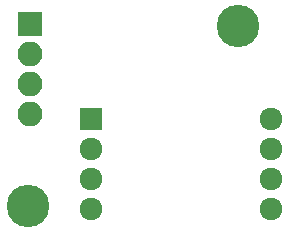
<source format=gbs>
G04 #@! TF.FileFunction,Soldermask,Bot*
%FSLAX46Y46*%
G04 Gerber Fmt 4.6, Leading zero omitted, Abs format (unit mm)*
G04 Created by KiCad (PCBNEW 4.0.6) date Fri Jul 21 16:01:30 2017*
%MOMM*%
%LPD*%
G01*
G04 APERTURE LIST*
%ADD10C,0.100000*%
%ADD11R,2.100000X2.100000*%
%ADD12O,2.100000X2.100000*%
%ADD13C,3.600000*%
%ADD14R,1.924000X1.924000*%
%ADD15C,1.924000*%
G04 APERTURE END LIST*
D10*
D11*
X63411100Y-35153600D03*
D12*
X63411100Y-37693600D03*
X63411100Y-40233600D03*
X63411100Y-42773600D03*
D13*
X63246000Y-50546000D03*
X81026000Y-35306000D03*
D14*
X68580000Y-43180000D03*
D15*
X68580000Y-45720000D03*
X68580000Y-48260000D03*
X68580000Y-50800000D03*
X83820000Y-50800000D03*
X83820000Y-48260000D03*
X83820000Y-45720000D03*
X83820000Y-43180000D03*
M02*

</source>
